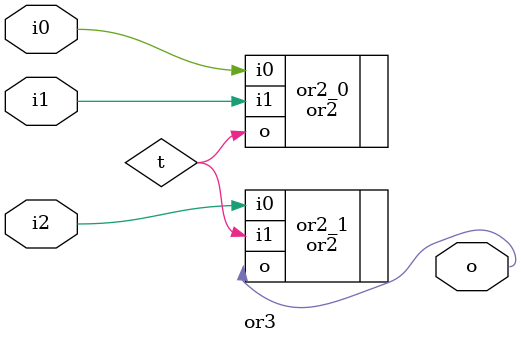
<source format=v>
module or3 (
    input wire i0,       // in operand i0
    input wire i1,       // in operand i1
    input wire i2,       // in operand i2
    
    output wire o        // out signal o
);

    wire t;

    or2 or2_0 (
        .i0(i0),
        .i1(i1),
        .o(t)
    ); // Module

    or2 or2_1 (
        .i0(i2),
        .i1(t),
        .o(o)
    ); // Module

endmodule
</source>
